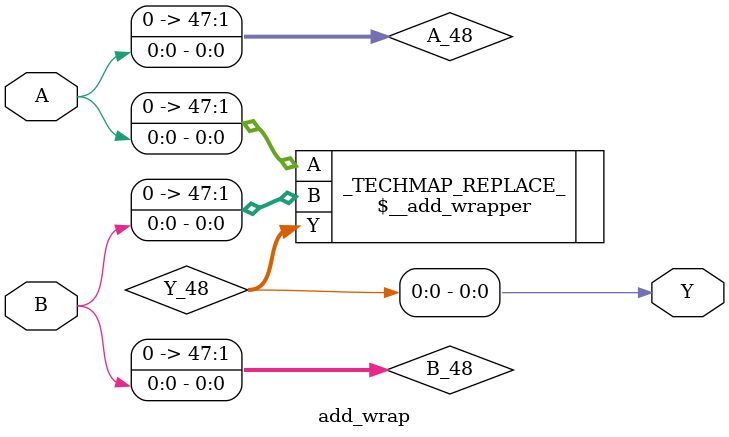
<source format=v>
(* techmap_celltype = "$mul" *)
module mul_wrap (A, B, Y);

parameter A_SIGNED = 0;
parameter B_SIGNED = 0;
parameter A_WIDTH = 1;
parameter B_WIDTH = 1;
parameter Y_WIDTH = 1;

input [A_WIDTH-1:0] A;
input [B_WIDTH-1:0] B;
output [Y_WIDTH-1:0] Y;

wire [17:0] A_18 = A;
wire [24:0] B_25 = B;
wire [47:0] Y_48;
assign Y = Y_48;

wire [1023:0] _TECHMAP_DO_ = "proc; clean";

reg _TECHMAP_FAIL_;
initial begin
	_TECHMAP_FAIL_ <= 0;
	if (A_SIGNED || B_SIGNED)
		_TECHMAP_FAIL_ <= 1;
	if (A_WIDTH < 4 || B_WIDTH < 4)
		_TECHMAP_FAIL_ <= 1;
	if (A_WIDTH > 18 || B_WIDTH > 25)
		_TECHMAP_FAIL_ <= 1;
	if (A_WIDTH*B_WIDTH < 100)
		_TECHMAP_FAIL_ <= 1;
end

\$__mul_wrapper #(
	.A_SIGNED(A_SIGNED),
	.B_SIGNED(B_SIGNED),
	.A_WIDTH(A_WIDTH),
	.B_WIDTH(B_WIDTH),
	.Y_WIDTH(Y_WIDTH)
) _TECHMAP_REPLACE_ (
	.A(A_18),
	.B(B_25),
	.Y(Y_48)
);

endmodule

(* techmap_celltype = "$add" *)
module add_wrap (A, B, Y);

parameter A_SIGNED = 0;
parameter B_SIGNED = 0;
parameter A_WIDTH = 1;
parameter B_WIDTH = 1;
parameter Y_WIDTH = 1;

input [A_WIDTH-1:0] A;
input [B_WIDTH-1:0] B;
output [Y_WIDTH-1:0] Y;

wire [47:0] A_48 = A;
wire [47:0] B_48 = B;
wire [47:0] Y_48;
assign Y = Y_48;

wire [1023:0] _TECHMAP_DO_ = "proc; clean";

reg _TECHMAP_FAIL_;
initial begin
	_TECHMAP_FAIL_ <= 0;
	if (A_SIGNED || B_SIGNED)
		_TECHMAP_FAIL_ <= 1;
	if (A_WIDTH < 10 && B_WIDTH < 10)
		_TECHMAP_FAIL_ <= 1;
end

\$__add_wrapper #(
	.A_SIGNED(A_SIGNED),
	.B_SIGNED(B_SIGNED),
	.A_WIDTH(A_WIDTH),
	.B_WIDTH(B_WIDTH),
	.Y_WIDTH(Y_WIDTH)
) _TECHMAP_REPLACE_ (
	.A(A_48),
	.B(B_48),
	.Y(Y_48)
);

endmodule

</source>
